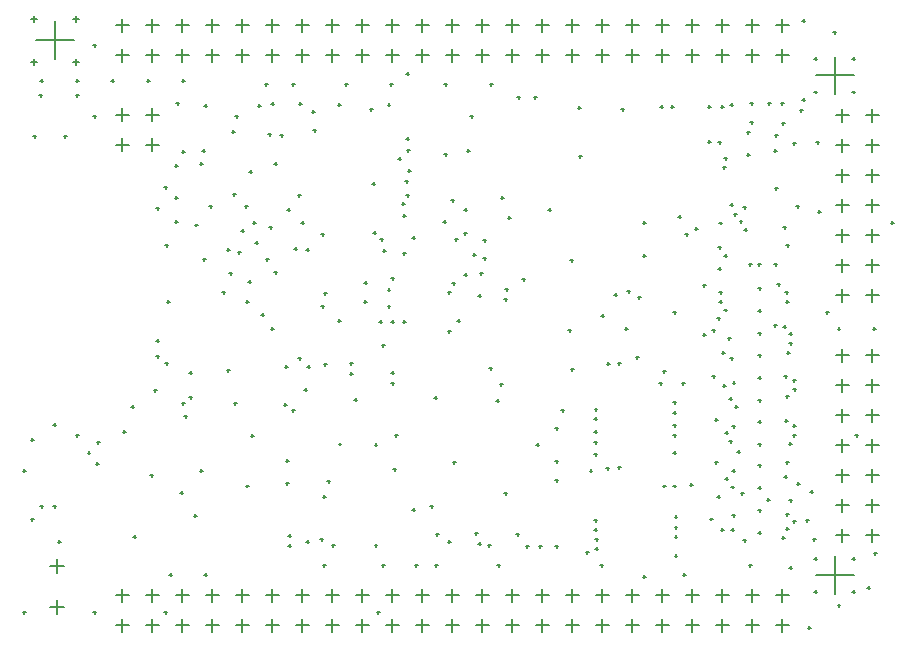
<source format=gbr>
%TF.GenerationSoftware,Altium Limited,Altium Designer,20.2.6 (244)*%
G04 Layer_Color=128*
%FSLAX45Y45*%
%MOMM*%
%TF.SameCoordinates,1A285BE7-DF3D-4214-9C7A-F78C9B27F18F*%
%TF.FilePolarity,Positive*%
%TF.FileFunction,Drillmap*%
%TF.Part,Single*%
G01*
G75*
%TA.AperFunction,NonConductor*%
%ADD277C,0.12700*%
D277*
X7565000Y444500D02*
X7675000D01*
X7620000Y389500D02*
Y499500D01*
X7311000Y444500D02*
X7421000D01*
X7366000Y389500D02*
Y499500D01*
X7057000Y444500D02*
X7167000D01*
X7112000Y389500D02*
Y499500D01*
X6803000Y444500D02*
X6913000D01*
X6858000Y389500D02*
Y499500D01*
X6549000Y444500D02*
X6659000D01*
X6604000Y389500D02*
Y499500D01*
X6295000Y444500D02*
X6405000D01*
X6350000Y389500D02*
Y499500D01*
X6041000Y444500D02*
X6151000D01*
X6096000Y389500D02*
Y499500D01*
X5787000Y444500D02*
X5897000D01*
X5842000Y389500D02*
Y499500D01*
X5533000Y444500D02*
X5643000D01*
X5588000Y389500D02*
Y499500D01*
X5279000Y444500D02*
X5389000D01*
X5334000Y389500D02*
Y499500D01*
X5025000Y444500D02*
X5135000D01*
X5080000Y389500D02*
Y499500D01*
X4771000Y444500D02*
X4881000D01*
X4826000Y389500D02*
Y499500D01*
X4517000Y444500D02*
X4627000D01*
X4572000Y389500D02*
Y499500D01*
X4263000Y444500D02*
X4373000D01*
X4318000Y389500D02*
Y499500D01*
X4009000Y444500D02*
X4119000D01*
X4064000Y389500D02*
Y499500D01*
X3755000Y444500D02*
X3865000D01*
X3810000Y389500D02*
Y499500D01*
X3501000Y444500D02*
X3611000D01*
X3556000Y389500D02*
Y499500D01*
X3247000Y444500D02*
X3357000D01*
X3302000Y389500D02*
Y499500D01*
X2993000Y444500D02*
X3103000D01*
X3048000Y389500D02*
Y499500D01*
X2739000Y444500D02*
X2849000D01*
X2794000Y389500D02*
Y499500D01*
X2485000Y444500D02*
X2595000D01*
X2540000Y389500D02*
Y499500D01*
X2231000Y444500D02*
X2341000D01*
X2286000Y389500D02*
Y499500D01*
X1977000Y444500D02*
X2087000D01*
X2032000Y389500D02*
Y499500D01*
X7565000Y190500D02*
X7675000D01*
X7620000Y135500D02*
Y245500D01*
X7311000Y190500D02*
X7421000D01*
X7366000Y135500D02*
Y245500D01*
X7057000Y190500D02*
X7167000D01*
X7112000Y135500D02*
Y245500D01*
X6803000Y190500D02*
X6913000D01*
X6858000Y135500D02*
Y245500D01*
X6549000Y190500D02*
X6659000D01*
X6604000Y135500D02*
Y245500D01*
X6295000Y190500D02*
X6405000D01*
X6350000Y135500D02*
Y245500D01*
X6041000Y190500D02*
X6151000D01*
X6096000Y135500D02*
Y245500D01*
X5787000Y190500D02*
X5897000D01*
X5842000Y135500D02*
Y245500D01*
X5533000Y190500D02*
X5643000D01*
X5588000Y135500D02*
Y245500D01*
X5279000Y190500D02*
X5389000D01*
X5334000Y135500D02*
Y245500D01*
X5025000Y190500D02*
X5135000D01*
X5080000Y135500D02*
Y245500D01*
X4771000Y190500D02*
X4881000D01*
X4826000Y135500D02*
Y245500D01*
X4517000Y190500D02*
X4627000D01*
X4572000Y135500D02*
Y245500D01*
X4263000Y190500D02*
X4373000D01*
X4318000Y135500D02*
Y245500D01*
X4009000Y190500D02*
X4119000D01*
X4064000Y135500D02*
Y245500D01*
X3755000Y190500D02*
X3865000D01*
X3810000Y135500D02*
Y245500D01*
X3501000Y190500D02*
X3611000D01*
X3556000Y135500D02*
Y245500D01*
X3247000Y190500D02*
X3357000D01*
X3302000Y135500D02*
Y245500D01*
X2993000Y190500D02*
X3103000D01*
X3048000Y135500D02*
Y245500D01*
X2739000Y190500D02*
X2849000D01*
X2794000Y135500D02*
Y245500D01*
X2485000Y190500D02*
X2595000D01*
X2540000Y135500D02*
Y245500D01*
X2231000Y190500D02*
X2341000D01*
X2286000Y135500D02*
Y245500D01*
X1977000Y190500D02*
X2087000D01*
X2032000Y135500D02*
Y245500D01*
X7565000Y5270500D02*
X7675000D01*
X7620000Y5215500D02*
Y5325500D01*
X7311000Y5270500D02*
X7421000D01*
X7366000Y5215500D02*
Y5325500D01*
X7057000Y5270500D02*
X7167000D01*
X7112000Y5215500D02*
Y5325500D01*
X6803000Y5270500D02*
X6913000D01*
X6858000Y5215500D02*
Y5325500D01*
X6549000Y5270500D02*
X6659000D01*
X6604000Y5215500D02*
Y5325500D01*
X6295000Y5270500D02*
X6405000D01*
X6350000Y5215500D02*
Y5325500D01*
X6041000Y5270500D02*
X6151000D01*
X6096000Y5215500D02*
Y5325500D01*
X5787000Y5270500D02*
X5897000D01*
X5842000Y5215500D02*
Y5325500D01*
X5533000Y5270500D02*
X5643000D01*
X5588000Y5215500D02*
Y5325500D01*
X5279000Y5270500D02*
X5389000D01*
X5334000Y5215500D02*
Y5325500D01*
X5025000Y5270500D02*
X5135000D01*
X5080000Y5215500D02*
Y5325500D01*
X4771000Y5270500D02*
X4881000D01*
X4826000Y5215500D02*
Y5325500D01*
X4517000Y5270500D02*
X4627000D01*
X4572000Y5215500D02*
Y5325500D01*
X4263000Y5270500D02*
X4373000D01*
X4318000Y5215500D02*
Y5325500D01*
X4009000Y5270500D02*
X4119000D01*
X4064000Y5215500D02*
Y5325500D01*
X3755000Y5270500D02*
X3865000D01*
X3810000Y5215500D02*
Y5325500D01*
X3501000Y5270500D02*
X3611000D01*
X3556000Y5215500D02*
Y5325500D01*
X3247000Y5270500D02*
X3357000D01*
X3302000Y5215500D02*
Y5325500D01*
X2993000Y5270500D02*
X3103000D01*
X3048000Y5215500D02*
Y5325500D01*
X2739000Y5270500D02*
X2849000D01*
X2794000Y5215500D02*
Y5325500D01*
X2485000Y5270500D02*
X2595000D01*
X2540000Y5215500D02*
Y5325500D01*
X2231000Y5270500D02*
X2341000D01*
X2286000Y5215500D02*
Y5325500D01*
X1977000Y5270500D02*
X2087000D01*
X2032000Y5215500D02*
Y5325500D01*
X7565000Y5016500D02*
X7675000D01*
X7620000Y4961500D02*
Y5071500D01*
X7311000Y5016500D02*
X7421000D01*
X7366000Y4961500D02*
Y5071500D01*
X7057000Y5016500D02*
X7167000D01*
X7112000Y4961500D02*
Y5071500D01*
X6803000Y5016500D02*
X6913000D01*
X6858000Y4961500D02*
Y5071500D01*
X6549000Y5016500D02*
X6659000D01*
X6604000Y4961500D02*
Y5071500D01*
X6295000Y5016500D02*
X6405000D01*
X6350000Y4961500D02*
Y5071500D01*
X6041000Y5016500D02*
X6151000D01*
X6096000Y4961500D02*
Y5071500D01*
X5787000Y5016500D02*
X5897000D01*
X5842000Y4961500D02*
Y5071500D01*
X5533000Y5016500D02*
X5643000D01*
X5588000Y4961500D02*
Y5071500D01*
X5279000Y5016500D02*
X5389000D01*
X5334000Y4961500D02*
Y5071500D01*
X5025000Y5016500D02*
X5135000D01*
X5080000Y4961500D02*
Y5071500D01*
X4771000Y5016500D02*
X4881000D01*
X4826000Y4961500D02*
Y5071500D01*
X4517000Y5016500D02*
X4627000D01*
X4572000Y4961500D02*
Y5071500D01*
X4263000Y5016500D02*
X4373000D01*
X4318000Y4961500D02*
Y5071500D01*
X4009000Y5016500D02*
X4119000D01*
X4064000Y4961500D02*
Y5071500D01*
X3755000Y5016500D02*
X3865000D01*
X3810000Y4961500D02*
Y5071500D01*
X3501000Y5016500D02*
X3611000D01*
X3556000Y4961500D02*
Y5071500D01*
X3247000Y5016500D02*
X3357000D01*
X3302000Y4961500D02*
Y5071500D01*
X2993000Y5016500D02*
X3103000D01*
X3048000Y4961500D02*
Y5071500D01*
X2739000Y5016500D02*
X2849000D01*
X2794000Y4961500D02*
Y5071500D01*
X2485000Y5016500D02*
X2595000D01*
X2540000Y4961500D02*
Y5071500D01*
X2231000Y5016500D02*
X2341000D01*
X2286000Y4961500D02*
Y5071500D01*
X1977000Y5016500D02*
X2087000D01*
X2032000Y4961500D02*
Y5071500D01*
X8327000Y952800D02*
X8437000D01*
X8382000Y897800D02*
Y1007800D01*
X8327000Y1206800D02*
X8437000D01*
X8382000Y1151800D02*
Y1261800D01*
X8327000Y1460800D02*
X8437000D01*
X8382000Y1405800D02*
Y1515800D01*
X8327000Y1714800D02*
X8437000D01*
X8382000Y1659800D02*
Y1769800D01*
X8327000Y1968800D02*
X8437000D01*
X8382000Y1913800D02*
Y2023800D01*
X8327000Y2222800D02*
X8437000D01*
X8382000Y2167800D02*
Y2277800D01*
X8327000Y2476800D02*
X8437000D01*
X8382000Y2421800D02*
Y2531800D01*
X8073000Y952800D02*
X8183000D01*
X8128000Y897800D02*
Y1007800D01*
X8073000Y1206800D02*
X8183000D01*
X8128000Y1151800D02*
Y1261800D01*
X8073000Y1460800D02*
X8183000D01*
X8128000Y1405800D02*
Y1515800D01*
X8073000Y1714800D02*
X8183000D01*
X8128000Y1659800D02*
Y1769800D01*
X8073000Y1968800D02*
X8183000D01*
X8128000Y1913800D02*
Y2023800D01*
X8073000Y2222800D02*
X8183000D01*
X8128000Y2167800D02*
Y2277800D01*
X8073000Y2476800D02*
X8183000D01*
X8128000Y2421800D02*
Y2531800D01*
X8327000Y2984800D02*
X8437000D01*
X8382000Y2929800D02*
Y3039800D01*
X8327000Y3238800D02*
X8437000D01*
X8382000Y3183800D02*
Y3293800D01*
X8327000Y3492800D02*
X8437000D01*
X8382000Y3437800D02*
Y3547800D01*
X8327000Y3746800D02*
X8437000D01*
X8382000Y3691800D02*
Y3801800D01*
X8327000Y4000800D02*
X8437000D01*
X8382000Y3945800D02*
Y4055800D01*
X8327000Y4254800D02*
X8437000D01*
X8382000Y4199800D02*
Y4309800D01*
X8327000Y4508800D02*
X8437000D01*
X8382000Y4453800D02*
Y4563800D01*
X8073000Y2984800D02*
X8183000D01*
X8128000Y2929800D02*
Y3039800D01*
X8073000Y3238800D02*
X8183000D01*
X8128000Y3183800D02*
Y3293800D01*
X8073000Y3492800D02*
X8183000D01*
X8128000Y3437800D02*
Y3547800D01*
X8073000Y3746800D02*
X8183000D01*
X8128000Y3691800D02*
Y3801800D01*
X8073000Y4000800D02*
X8183000D01*
X8128000Y3945800D02*
Y4055800D01*
X8073000Y4254800D02*
X8183000D01*
X8128000Y4199800D02*
Y4309800D01*
X8073000Y4508800D02*
X8183000D01*
X8128000Y4453800D02*
Y4563800D01*
X2231000Y4258400D02*
X2341000D01*
X2286000Y4203400D02*
Y4313400D01*
X1977000Y4258400D02*
X2087000D01*
X2032000Y4203400D02*
Y4313400D01*
X2231000Y4512400D02*
X2341000D01*
X2286000Y4457400D02*
Y4567400D01*
X1977000Y4512400D02*
X2087000D01*
X2032000Y4457400D02*
Y4567400D01*
X7904500Y615000D02*
X8224500D01*
X8064500Y455000D02*
Y775000D01*
X7904500Y4846000D02*
X8224500D01*
X8064500Y4686000D02*
Y5006000D01*
X1300500Y5143500D02*
X1620500D01*
X1460500Y4983500D02*
Y5303500D01*
X1420000Y695000D02*
X1540000D01*
X1480000Y635000D02*
Y755000D01*
X1420000Y345000D02*
X1540000D01*
X1480000Y285000D02*
Y405000D01*
X3417500Y1395000D02*
X3442499D01*
X3429999Y1382500D02*
Y1407500D01*
X3417500Y1585000D02*
X3442499D01*
X3429999Y1572500D02*
Y1597500D01*
X7417500Y2855000D02*
X7442500D01*
X7430000Y2842500D02*
Y2867500D01*
X7417500Y3045000D02*
X7442500D01*
X7430000Y3032500D02*
Y3057500D01*
X7417500Y975000D02*
X7442500D01*
X7430000Y962500D02*
Y987500D01*
X7417500Y1165000D02*
X7442500D01*
X7430000Y1152500D02*
Y1177500D01*
X7417500Y1725000D02*
X7442500D01*
X7430000Y1712500D02*
Y1737500D01*
X7417500Y1915000D02*
X7442500D01*
X7430000Y1902500D02*
Y1927500D01*
X7417500Y1355000D02*
X7442500D01*
X7430000Y1342500D02*
Y1367500D01*
X7417500Y1545000D02*
X7442500D01*
X7430000Y1532500D02*
Y1557500D01*
X7417500Y2095000D02*
X7442500D01*
X7430000Y2082500D02*
Y2107500D01*
X7417500Y2285000D02*
X7442500D01*
X7430000Y2272500D02*
Y2297500D01*
X7317500Y4365000D02*
X7342500D01*
X7330000Y4352500D02*
Y4377500D01*
X7317500Y4175000D02*
X7342500D01*
X7330000Y4162500D02*
Y4187500D01*
X7417500Y2475000D02*
X7442500D01*
X7430000Y2462500D02*
Y2487500D01*
X7417500Y2665000D02*
X7442500D01*
X7430000Y2652500D02*
Y2677500D01*
X8212000Y755000D02*
X8237000D01*
X8224500Y742500D02*
Y767500D01*
X8212000Y475000D02*
X8237000D01*
X8224500Y462500D02*
Y487500D01*
X7892000Y475000D02*
X7917000D01*
X7904500Y462500D02*
Y487500D01*
X7892000Y755000D02*
X7917000D01*
X7904500Y742500D02*
Y767500D01*
X8212000Y4986000D02*
X8237000D01*
X8224500Y4973500D02*
Y4998500D01*
X8212000Y4706000D02*
X8237000D01*
X8224500Y4693500D02*
Y4718500D01*
X7892000Y4706000D02*
X7917000D01*
X7904500Y4693500D02*
Y4718500D01*
X7892000Y4986000D02*
X7917000D01*
X7904500Y4973500D02*
Y4998500D01*
X1615484Y5323500D02*
X1665484D01*
X1640484Y5298500D02*
Y5348500D01*
X1615988Y4963500D02*
X1665988D01*
X1640988Y4938500D02*
Y4988500D01*
X1255500Y4963500D02*
X1305500D01*
X1280500Y4938500D02*
Y4988500D01*
X1255500Y5323500D02*
X1305500D01*
X1280500Y5298500D02*
Y5348500D01*
X1277500Y4330000D02*
X1302500D01*
X1290000Y4317500D02*
Y4342500D01*
X1537500Y4330000D02*
X1562500D01*
X1550000Y4317500D02*
Y4342500D01*
X8537498Y3599999D02*
X8562497D01*
X8549997Y3587499D02*
Y3612499D01*
X8387498Y2699999D02*
X8412497D01*
X8399997Y2687499D02*
Y2712499D01*
X8087498Y2699999D02*
X8112497D01*
X8099998Y2687499D02*
Y2712499D01*
X8237498Y1799999D02*
X8262497D01*
X8249997Y1787500D02*
Y1812499D01*
X6437498Y3599999D02*
X6462498D01*
X6449998Y3587499D02*
Y3612499D01*
X6287498Y2699999D02*
X6312498D01*
X6299998Y2687499D02*
Y2712499D01*
X6437498Y600000D02*
X6462498D01*
X6449998Y587500D02*
Y612500D01*
X5987498Y1500000D02*
X6012498D01*
X5999998Y1487500D02*
Y1512499D01*
X5087499Y3299999D02*
X5112498D01*
X5099998Y3287499D02*
Y3312499D01*
X4787499Y900000D02*
X4812498D01*
X4799999Y887500D02*
Y912500D01*
X4637499Y1200000D02*
X4662498D01*
X4649999Y1187500D02*
Y1212499D01*
X4337499Y1799999D02*
X4362499D01*
X4349999Y1787500D02*
Y1812499D01*
X4187499Y300000D02*
X4212499D01*
X4199999Y287500D02*
Y312500D01*
X3737499Y2999999D02*
X3762499D01*
X3749999Y2987499D02*
Y3012499D01*
X3737499Y2399999D02*
X3762499D01*
X3749999Y2387499D02*
Y2412499D01*
X3587499Y900000D02*
X3612499D01*
X3599999Y887500D02*
Y912500D01*
X3287499Y2699999D02*
X3312499D01*
X3299999Y2687499D02*
Y2712499D01*
X2987499Y4499999D02*
X3012499D01*
X2999999Y4487499D02*
Y4512498D01*
X3137499Y3599999D02*
X3162499D01*
X3149999Y3587499D02*
Y3612499D01*
X2687499Y1500000D02*
X2712499D01*
X2699999Y1487500D02*
Y1512499D01*
X2537499Y4799999D02*
X2562499D01*
X2549999Y4787499D02*
Y4812498D01*
X2537499Y4199999D02*
X2562499D01*
X2549999Y4187499D02*
Y4212499D01*
X2387499Y3899999D02*
X2412499D01*
X2399999Y3887499D02*
Y3912499D01*
X2387499Y300000D02*
X2412499D01*
X2399999Y287500D02*
Y312500D01*
X2237499Y4799999D02*
X2262499D01*
X2249999Y4787499D02*
Y4812498D01*
X1787500Y5099998D02*
X1812499D01*
X1799999Y5087499D02*
Y5112498D01*
X1937500Y4799999D02*
X1962499D01*
X1949999Y4787499D02*
Y4812498D01*
X1787500Y4499999D02*
X1812499D01*
X1799999Y4487499D02*
Y4512498D01*
X1787500Y300000D02*
X1812499D01*
X1799999Y287500D02*
Y312500D01*
X1637500Y4799999D02*
X1662499D01*
X1649999Y4787499D02*
Y4812498D01*
X1637500Y1799999D02*
X1662499D01*
X1649999Y1787500D02*
Y1812499D01*
X1487500Y900000D02*
X1512499D01*
X1500000Y887500D02*
Y912500D01*
X1337500Y4799999D02*
X1362499D01*
X1350000Y4787499D02*
Y4812498D01*
X1187500Y1500000D02*
X1212499D01*
X1200000Y1487500D02*
Y1512499D01*
X1337500Y1200000D02*
X1362499D01*
X1350000Y1187500D02*
Y1212499D01*
X1187500Y300000D02*
X1212499D01*
X1200000Y287500D02*
Y312500D01*
X5517500Y4660000D02*
X5542500D01*
X5530000Y4647500D02*
Y4672500D01*
X5887500Y4572500D02*
X5912500D01*
X5900000Y4560000D02*
Y4585000D01*
X6697753Y1885314D02*
X6722753D01*
X6710253Y1872814D02*
Y1897814D01*
X7117500Y2220000D02*
X7142500D01*
X7130000Y2207500D02*
Y2232500D01*
X7787500Y5310000D02*
X7812500D01*
X7800000Y5297500D02*
Y5322500D01*
X8087500Y360000D02*
X8112500D01*
X8100000Y347500D02*
Y372500D01*
X7490000Y1252366D02*
X7515000D01*
X7502500Y1239866D02*
Y1264866D01*
X7677485Y1249997D02*
X7702484D01*
X7689985Y1237498D02*
Y1262497D01*
X7187784Y1361640D02*
X7212784D01*
X7200284Y1349140D02*
Y1374139D01*
X7267500Y1307500D02*
X7292500D01*
X7280000Y1295000D02*
Y1320000D01*
X7637485Y1449997D02*
X7662485D01*
X7649985Y1437497D02*
Y1462497D01*
X7857500Y1320000D02*
X7882500D01*
X7870000Y1307500D02*
Y1332500D01*
X7741646Y1387500D02*
X7766645D01*
X7754146Y1375000D02*
Y1400000D01*
X7347500Y4450000D02*
X7372500D01*
X7360000Y4437500D02*
Y4462500D01*
X7347500Y4610000D02*
X7372500D01*
X7360000Y4597500D02*
Y4622500D01*
X6987500Y4284038D02*
X7012500D01*
X7000000Y4271539D02*
Y4296538D01*
X7177486Y2449995D02*
X7202485D01*
X7189986Y2437495D02*
Y2462495D01*
X7107500Y2500000D02*
X7132500D01*
X7120000Y2487500D02*
Y2512500D01*
X7027500Y2300000D02*
X7052500D01*
X7040000Y2287500D02*
Y2312500D01*
X7027500Y2690000D02*
X7052500D01*
X7040000Y2677500D02*
Y2702500D01*
X6947500Y2650000D02*
X6972500D01*
X6960000Y2637500D02*
Y2662500D01*
X7157486Y2619995D02*
X7182486D01*
X7169986Y2607495D02*
Y2632495D01*
X7067500Y2790000D02*
X7092500D01*
X7080000Y2777500D02*
Y2802500D01*
X7077500Y4280000D02*
X7102500D01*
X7090000Y4267500D02*
Y4292500D01*
X7130218Y4143903D02*
X7155217D01*
X7142717Y4131403D02*
Y4156403D01*
X7117486Y4069992D02*
X7142486D01*
X7129986Y4057492D02*
Y4082492D01*
X3857500Y4600000D02*
X3882500D01*
X3870000Y4587500D02*
Y4612500D01*
X4127500Y4560000D02*
X4152500D01*
X4140000Y4547500D02*
Y4572500D01*
X4277500Y4600000D02*
X4302500D01*
X4290000Y4587500D02*
Y4612500D01*
X4297500Y4772500D02*
X4322500D01*
X4310000Y4760000D02*
Y4785000D01*
X5367500Y960000D02*
X5392500D01*
X5380000Y947500D02*
Y972500D01*
X5447500Y860000D02*
X5472500D01*
X5460000Y847500D02*
Y872500D01*
X5747500Y2010000D02*
X5772500D01*
X5760000Y1997500D02*
Y2022500D01*
X4157499Y3514047D02*
X4182499D01*
X4169999Y3501547D02*
Y3526547D01*
X4217500Y3460000D02*
X4242500D01*
X4230000Y3447500D02*
Y3472500D01*
X4397500Y3760000D02*
X4422500D01*
X4410000Y3747500D02*
Y3772500D01*
X4407500Y3660000D02*
X4432500D01*
X4420000Y3647500D02*
Y3672500D01*
X4487500Y3470000D02*
X4512500D01*
X4500000Y3457500D02*
Y3482500D01*
X7337500Y3249251D02*
X7362500D01*
X7350000Y3236751D02*
Y3261750D01*
X7414251Y3249251D02*
X7439250D01*
X7426750Y3236751D02*
Y3261750D01*
X7553684Y3249251D02*
X7578684D01*
X7566184Y3236751D02*
Y3261750D01*
X7577500Y3080000D02*
X7602500D01*
X7590000Y3067500D02*
Y3092500D01*
X7645587Y3011913D02*
X7670586D01*
X7658087Y2999414D02*
Y3024413D01*
X7128817Y3321317D02*
X7153817D01*
X7141317Y3308817D02*
Y3333817D01*
X7087500Y3010000D02*
X7112500D01*
X7100000Y2997500D02*
Y3022500D01*
X7627500Y2720000D02*
X7652500D01*
X7640000Y2707500D02*
Y2732500D01*
X7677485Y2659995D02*
X7702484D01*
X7689985Y2647495D02*
Y2672495D01*
X7677485Y2579995D02*
X7702484D01*
X7689985Y2567495D02*
Y2592495D01*
X7547500Y2730000D02*
X7572500D01*
X7560000Y2717500D02*
Y2742500D01*
X7657500Y2500000D02*
X7682500D01*
X7670000Y2487500D02*
Y2512500D01*
X7197486Y1874991D02*
X7222485D01*
X7209986Y1862491D02*
Y1887491D01*
X7169623Y1747877D02*
X7194623D01*
X7182123Y1735377D02*
Y1760377D01*
X7137500Y1430000D02*
X7162500D01*
X7150000Y1417500D02*
Y1442500D01*
X7047500Y1570000D02*
X7072500D01*
X7060000Y1557500D02*
Y1582500D01*
X7047500Y1930000D02*
X7072500D01*
X7060000Y1917500D02*
Y1942500D01*
X7168817Y2108683D02*
X7193817D01*
X7181317Y2096184D02*
Y2121183D01*
X7217486Y2039996D02*
X7242485D01*
X7229986Y2027496D02*
Y2052496D01*
X7097486Y999998D02*
X7122486D01*
X7109986Y987498D02*
Y1012498D01*
X7187500Y1000000D02*
X7212500D01*
X7200000Y987500D02*
Y1012500D01*
X7006842Y1090658D02*
X7031841D01*
X7019342Y1078159D02*
Y1103158D01*
X7197500Y1122500D02*
X7222500D01*
X7210000Y1110001D02*
Y1135000D01*
X7287500Y910000D02*
X7312500D01*
X7300000Y897500D02*
Y922500D01*
X7197486Y1499997D02*
X7222485D01*
X7209986Y1487497D02*
Y1512497D01*
X4237492Y3359993D02*
X4262491D01*
X4249991Y3347493D02*
Y3372493D01*
X4147500Y3930000D02*
X4172500D01*
X4160000Y3917500D02*
Y3942500D01*
X6797500Y3500000D02*
X6822500D01*
X6810000Y3487500D02*
Y3512500D01*
X7085000Y3596747D02*
X7110000D01*
X7097500Y3584247D02*
Y3609247D01*
X7545864Y4210000D02*
X7570864D01*
X7558364Y4197500D02*
Y4222500D01*
X7557500Y4340000D02*
X7582500D01*
X7570000Y4327500D02*
Y4352500D01*
X6987500Y4580000D02*
X7012500D01*
X7000000Y4567500D02*
Y4592500D01*
X7907500Y4280000D02*
X7932500D01*
X7920000Y4267500D02*
Y4292500D01*
X7708554Y2265000D02*
X7733554D01*
X7721054Y2252500D02*
Y2277499D01*
X7711603Y2190000D02*
X7736603D01*
X7724103Y2177500D02*
Y2202500D01*
X7637485Y2299995D02*
X7662485D01*
X7649985Y2287496D02*
Y2312495D01*
X7647485Y2129996D02*
X7672485D01*
X7659985Y2117496D02*
Y2142496D01*
X7707500Y1880000D02*
X7732500D01*
X7720000Y1867500D02*
Y1892500D01*
X7707500Y1800000D02*
X7732500D01*
X7720000Y1787500D02*
Y1812500D01*
X7639397Y1922499D02*
X7664397D01*
X7651897Y1909999D02*
Y1934999D01*
X7674827Y1726203D02*
X7699827D01*
X7687327Y1713703D02*
Y1738703D01*
X7647500Y1570000D02*
X7672500D01*
X7660000Y1557500D02*
Y1582500D01*
X7647485Y1129998D02*
X7672485D01*
X7659985Y1117498D02*
Y1142498D01*
X7647485Y1009998D02*
X7672485D01*
X7659985Y997498D02*
Y1022498D01*
X7707485Y1069998D02*
X7732484D01*
X7719985Y1057498D02*
Y1082498D01*
X7617500Y930000D02*
X7642500D01*
X7630000Y917500D02*
Y942500D01*
X5637500Y3710000D02*
X5662500D01*
X5650000Y3697500D02*
Y3722500D01*
X6027500Y1640000D02*
X6052500D01*
X6040000Y1627500D02*
Y1652500D01*
X6027500Y1740000D02*
X6052500D01*
X6040000Y1727500D02*
Y1752500D01*
X6027500Y1830000D02*
X6052500D01*
X6040000Y1817500D02*
Y1842500D01*
X6027500Y1940000D02*
X6052500D01*
X6040000Y1927500D02*
Y1952500D01*
X6767500Y2240000D02*
X6792500D01*
X6780000Y2227500D02*
Y2252500D01*
X5057500Y3170000D02*
X5082500D01*
X5070000Y3157500D02*
Y3182500D01*
X5273749Y3033751D02*
X5298749D01*
X5286249Y3021252D02*
Y3046251D01*
X4277500Y2890000D02*
X4302500D01*
X4290000Y2877500D02*
Y2902500D01*
X5267500Y2950000D02*
X5292500D01*
X5280000Y2937500D02*
Y2962500D01*
X5137451Y2364951D02*
X5162451D01*
X5149951Y2352451D02*
Y2377451D01*
X4307500Y2330000D02*
X4332500D01*
X4320000Y2317500D02*
Y2342500D01*
X4307500Y2240000D02*
X4332500D01*
X4320000Y2227500D02*
Y2252500D01*
X6707487Y779998D02*
X6732486D01*
X6719987Y767499D02*
Y792498D01*
X6707500Y1020000D02*
X6732500D01*
X6720000Y1007500D02*
Y1032500D01*
X5957500Y810000D02*
X5982500D01*
X5970000Y797500D02*
Y822500D01*
X6027488Y999998D02*
X6052488D01*
X6039988Y987498D02*
Y1012498D01*
X5127490Y869998D02*
X5152490D01*
X5139990Y857498D02*
Y882498D01*
X5047500Y882123D02*
X5072500D01*
X5060000Y869623D02*
Y894623D01*
X6027500Y1080000D02*
X6052500D01*
X6040000Y1067500D02*
Y1092500D01*
X6037488Y839998D02*
X6062488D01*
X6049988Y827498D02*
Y852498D01*
X7557500Y3890000D02*
X7582500D01*
X7570000Y3877500D02*
Y3902500D01*
X7627500Y3562500D02*
X7652500D01*
X7640000Y3550000D02*
Y3575000D01*
X7787500Y4640000D02*
X7812500D01*
X7800000Y4627500D02*
Y4652500D01*
X6677500Y4580000D02*
X6702500D01*
X6690000Y4567500D02*
Y4592500D01*
X6587500Y4580000D02*
X6612500D01*
X6600000Y4567500D02*
Y4592500D01*
X5377500Y4660000D02*
X5402500D01*
X5390000Y4647500D02*
Y4672500D01*
X4977500Y4502500D02*
X5002500D01*
X4990000Y4490000D02*
Y4515000D01*
X4437500Y4860000D02*
X4462500D01*
X4450000Y4847500D02*
Y4872500D01*
X4847500Y3460000D02*
X4872500D01*
X4860000Y3447500D02*
Y3472500D01*
X4427500Y3950000D02*
X4452500D01*
X4440000Y3937500D02*
Y3962500D01*
X4367500Y4140000D02*
X4392500D01*
X4380000Y4127500D02*
Y4152500D01*
X4927490Y3709993D02*
X4952490D01*
X4939990Y3697493D02*
Y3722492D01*
X4817490Y3789992D02*
X4842490D01*
X4829990Y3777493D02*
Y3802492D01*
X4447500Y4040000D02*
X4472500D01*
X4460000Y4027500D02*
Y4052500D01*
X3717500Y3500000D02*
X3742500D01*
X3730000Y3487500D02*
Y3512500D01*
X3517500Y3830000D02*
X3542500D01*
X3530000Y3817500D02*
Y3842500D01*
X3637500Y4540000D02*
X3662500D01*
X3650000Y4527500D02*
Y4552500D01*
X2917494Y3369993D02*
X2942494D01*
X2929994Y3357493D02*
Y3382493D01*
X2397500Y3410000D02*
X2422500D01*
X2410000Y3397500D02*
Y3422500D01*
X3587500Y3370000D02*
X3612500D01*
X3600000Y3357500D02*
Y3382500D01*
X4308905Y2760000D02*
X4333904D01*
X4321405Y2747500D02*
Y2772500D01*
X3207500Y2820000D02*
X3232500D01*
X3220000Y2807500D02*
Y2832500D01*
X3957500Y2410000D02*
X3982500D01*
X3970000Y2397500D02*
Y2422500D01*
X3957500Y2320000D02*
X3982500D01*
X3970000Y2307500D02*
Y2332500D01*
X4077599Y2928585D02*
X4102598D01*
X4090098Y2916085D02*
Y2941085D01*
X4080000Y3090000D02*
X4105000D01*
X4092500Y3077500D02*
Y3102500D01*
X3857500Y2770000D02*
X3882500D01*
X3870000Y2757500D02*
Y2782500D01*
X3917500Y4772500D02*
X3942500D01*
X3930000Y4760000D02*
Y4785000D01*
X3767493Y1409997D02*
X3792492D01*
X3779992Y1397497D02*
Y1422497D01*
X3437500Y865000D02*
X3462500D01*
X3450000Y852500D02*
Y877500D01*
X3437493Y949998D02*
X3462493D01*
X3449993Y937498D02*
Y962498D01*
X3707500Y920000D02*
X3732500D01*
X3720000Y907500D02*
Y932500D01*
X3397493Y2059996D02*
X3422493D01*
X3409993Y2047496D02*
Y2072496D01*
X3467500Y2010000D02*
X3492500D01*
X3480000Y1997500D02*
Y2022500D01*
X3571573Y2185927D02*
X3596572D01*
X3584073Y2173427D02*
Y2198427D01*
X3408609Y2379792D02*
X3433609D01*
X3421109Y2367292D02*
Y2392292D01*
X3717500Y2890000D02*
X3742500D01*
X3730000Y2877500D02*
Y2902500D01*
X3118994Y1796668D02*
X3143993D01*
X3131493Y1784168D02*
Y1809168D01*
X2917500Y2350000D02*
X2942500D01*
X2930000Y2337500D02*
Y2362500D01*
X3519874Y2452374D02*
X3544874D01*
X3532374Y2439874D02*
Y2464874D01*
X2267501Y1459999D02*
X2292500D01*
X2280001Y1447500D02*
Y1472499D01*
X2037500Y1830000D02*
X2062500D01*
X2050000Y1817500D02*
Y1842500D01*
X2714810Y3290000D02*
X2739810D01*
X2727310Y3277500D02*
Y3302500D01*
X1447500Y1200000D02*
X1472500D01*
X1460000Y1187500D02*
Y1212500D01*
X3997500Y2100000D02*
X4022500D01*
X4010000Y2087500D02*
Y2112500D01*
X5826249Y3281251D02*
X5851249D01*
X5838749Y3268751D02*
Y3293751D01*
X6437500Y3320000D02*
X6462500D01*
X6450000Y3307500D02*
Y3332500D01*
X4437500Y4310000D02*
X4462500D01*
X4450000Y4297500D02*
Y4322500D01*
X1257500Y1090000D02*
X1282500D01*
X1270000Y1077500D02*
Y1102500D01*
X1257500Y1760000D02*
X1282500D01*
X1270000Y1747500D02*
Y1772500D01*
X2707500Y4210000D02*
X2732500D01*
X2720000Y4197500D02*
Y4222500D01*
X2477500Y4080000D02*
X2502500D01*
X2490000Y4067500D02*
Y4092500D01*
X3647500Y4380000D02*
X3672500D01*
X3660000Y4367500D02*
Y4392500D01*
X1737500Y1650000D02*
X1762500D01*
X1750000Y1637500D02*
Y1662500D01*
X1327500Y4680000D02*
X1352500D01*
X1340000Y4667500D02*
Y4692500D01*
X2727500Y4590000D02*
X2752500D01*
X2740000Y4577500D02*
Y4602500D01*
X2487500Y4610000D02*
X2512500D01*
X2500000Y4597500D02*
Y4622500D01*
X3267500Y4350000D02*
X3292500D01*
X3280000Y4337500D02*
Y4362500D01*
X3317500Y4097503D02*
X3342500D01*
X3330000Y4085003D02*
Y4110002D01*
X2767500Y3740000D02*
X2792500D01*
X2780000Y3727500D02*
Y3752500D01*
X3067500Y3740000D02*
X3092500D01*
X3080000Y3727500D02*
Y3752500D01*
X3037500Y3530000D02*
X3062500D01*
X3050000Y3517500D02*
Y3542500D01*
X3009164Y3349445D02*
X3034164D01*
X3021664Y3336945D02*
Y3361945D01*
X3427500Y3710000D02*
X3452500D01*
X3440000Y3697500D02*
Y3722500D01*
X3247500Y3290000D02*
X3272500D01*
X3260000Y3277500D02*
Y3302500D01*
X3317500Y3180000D02*
X3342500D01*
X3330000Y3167500D02*
Y3192500D01*
X4407500Y2760000D02*
X4432500D01*
X4420000Y2747500D02*
Y2772500D01*
X4407500Y3340000D02*
X4432500D01*
X4420000Y3327500D02*
Y3352500D01*
X6087500Y2810000D02*
X6112500D01*
X6100000Y2797500D02*
Y2822500D01*
X6307500Y3020000D02*
X6332500D01*
X6320000Y3007500D02*
Y3032500D01*
X7077500Y3210000D02*
X7102500D01*
X7090000Y3197500D02*
Y3222500D01*
X7077486Y3389993D02*
X7102486D01*
X7089986Y3377493D02*
Y3402493D01*
X4687500Y960000D02*
X4712500D01*
X4700000Y947500D02*
Y972500D01*
X4440575Y4211807D02*
X4465575D01*
X4453075Y4199307D02*
Y4224307D01*
X4947500Y4210000D02*
X4972500D01*
X4960000Y4197500D02*
Y4222500D01*
X4787500Y3010000D02*
X4812500D01*
X4800000Y2997500D02*
Y3022500D01*
X5087500Y3450000D02*
X5112500D01*
X5100000Y3437500D02*
Y3462500D01*
X4997500Y3330000D02*
X5022500D01*
X5010000Y3317500D02*
Y3342500D01*
X5297500Y3640000D02*
X5322500D01*
X5310000Y3627500D02*
Y3652500D01*
X5897500Y4160000D02*
X5922500D01*
X5910000Y4147500D02*
Y4172500D01*
X6257500Y4560000D02*
X6282500D01*
X6270000Y4547500D02*
Y4572500D01*
X7767500Y4550000D02*
X7792500D01*
X7780000Y4537500D02*
Y4562500D01*
X6227500Y2409999D02*
X6252499D01*
X6239999Y2397500D02*
Y2422499D01*
X6577500Y2240000D02*
X6602500D01*
X6590000Y2227500D02*
Y2252500D01*
X7877500Y920000D02*
X7902500D01*
X7890000Y907500D02*
Y932500D01*
X8337500Y510000D02*
X8362500D01*
X8350000Y497500D02*
Y522500D01*
X7837500Y170000D02*
X7862500D01*
X7850000Y157500D02*
Y182500D01*
X7677500Y680000D02*
X7702500D01*
X7690000Y667500D02*
Y692500D01*
X6777500Y620000D02*
X6802500D01*
X6790000Y607500D02*
Y632500D01*
X6607500Y1370000D02*
X6632500D01*
X6620000Y1357500D02*
Y1382500D01*
X6227500Y1530000D02*
X6252500D01*
X6240000Y1517500D02*
Y1542500D01*
X4831866Y1570330D02*
X4856866D01*
X4844366Y1557830D02*
Y1582830D01*
X2977500Y2070000D02*
X3002500D01*
X2990000Y2057500D02*
Y2082500D01*
X1817500Y1740000D02*
X1842500D01*
X1830000Y1727500D02*
Y1752500D01*
X2125980Y941520D02*
X2150980D01*
X2138480Y929020D02*
Y954020D01*
X2107500Y2040000D02*
X2132500D01*
X2120000Y2027500D02*
Y2052500D01*
X2317500Y2470000D02*
X2342500D01*
X2330000Y2457500D02*
Y2482500D01*
X2397500Y2410000D02*
X2422500D01*
X2410000Y2397500D02*
Y2422500D01*
X2597500Y2120000D02*
X2622500D01*
X2610000Y2107500D02*
Y2132500D01*
X4227500Y700000D02*
X4252500D01*
X4240000Y687500D02*
Y712500D01*
X4675001Y2117501D02*
X4700001D01*
X4687501Y2105001D02*
Y2130001D01*
X5827500Y2360000D02*
X5852500D01*
X5840000Y2347500D02*
Y2372500D01*
X5697500Y1860000D02*
X5722500D01*
X5710000Y1847500D02*
Y1872500D01*
X5697500Y1580000D02*
X5722500D01*
X5710000Y1567500D02*
Y1592500D01*
X5017500Y970000D02*
X5042500D01*
X5030000Y957500D02*
Y982500D01*
X4327497Y1510000D02*
X4352496D01*
X4339996Y1497500D02*
Y1522500D01*
X2637500Y1120000D02*
X2662500D01*
X2650000Y1107500D02*
Y1132500D01*
X3077500Y1370000D02*
X3102500D01*
X3090000Y1357500D02*
Y1382500D01*
X2427500Y620000D02*
X2452500D01*
X2440000Y607500D02*
Y632500D01*
X2727500Y620000D02*
X2752500D01*
X2740000Y607500D02*
Y632500D01*
X7647500Y2930000D02*
X7672500D01*
X7660000Y2917500D02*
Y2942500D01*
X6132717Y2404784D02*
X6157716D01*
X6145217Y2392284D02*
Y2417283D01*
X6127500Y1520000D02*
X6152500D01*
X6140000Y1507500D02*
Y1532500D01*
X6837500Y1380000D02*
X6862500D01*
X6850000Y1367500D02*
Y1392500D01*
X6607500Y2340000D02*
X6632500D01*
X6620000Y2327500D02*
Y2352500D01*
X2647500Y3579997D02*
X2672500D01*
X2660000Y3567498D02*
Y3592497D01*
X7707500Y4270000D02*
X7732500D01*
X7720000Y4257500D02*
Y4282500D01*
X7198440Y2243440D02*
X7223440D01*
X7210940Y2230940D02*
Y2255940D01*
X7097500Y4580000D02*
X7122500D01*
X7110000Y4567500D02*
Y4592500D01*
X2557500Y1960000D02*
X2582500D01*
X2570000Y1947500D02*
Y1972500D01*
X2317500Y3720000D02*
X2342500D01*
X2330000Y3707500D02*
Y3732500D01*
X7617500Y4440000D02*
X7642500D01*
X7630000Y4427500D02*
Y4452500D01*
X8052102Y5210001D02*
X8077102D01*
X8064602Y5197501D02*
Y5222500D01*
X3597500Y2380000D02*
X3622500D01*
X3610000Y2367500D02*
Y2392500D01*
X1637500Y4680000D02*
X1662500D01*
X1650000Y4667500D02*
Y4692500D01*
X6037500Y920000D02*
X6062500D01*
X6050000Y907500D02*
Y932500D01*
X4487500Y1170000D02*
X4512500D01*
X4500000Y1157500D02*
Y1182500D01*
X3862386Y1725615D02*
X3887386D01*
X3874886Y1713115D02*
Y1738115D01*
X3527500Y4607500D02*
X3552500D01*
X3540000Y4595000D02*
Y4620000D01*
X2597500Y2330000D02*
X2622500D01*
X2610000Y2317500D02*
Y2342500D01*
X6030000Y2020000D02*
X6055000D01*
X6042500Y2007500D02*
Y2032500D01*
X5697500Y1420000D02*
X5722500D01*
X5710000Y1407500D02*
Y1432500D01*
X6697500Y1990000D02*
X6722500D01*
X6710000Y1977500D02*
Y2002500D01*
X6697500Y1800000D02*
X6722500D01*
X6710000Y1787500D02*
Y1812500D01*
X6697500Y1650000D02*
X6722500D01*
X6710000Y1637500D02*
Y1662500D01*
X5267500Y1310000D02*
X5292500D01*
X5280000Y1297500D02*
Y1322500D01*
X1447500Y1890000D02*
X1472500D01*
X1460000Y1877500D02*
Y1902500D01*
X7087486Y2929994D02*
X7112486D01*
X7099986Y2917494D02*
Y2942494D01*
X6877500Y3550000D02*
X6902500D01*
X6890000Y3537500D02*
Y3562500D01*
X4307500Y3130000D02*
X4332500D01*
X4320000Y3117500D02*
Y3142500D01*
X4927500Y3160000D02*
X4952500D01*
X4940000Y3147500D02*
Y3172500D01*
X4827500Y3085003D02*
X4852500D01*
X4840000Y3072503D02*
Y3097503D01*
X6947501Y3069999D02*
X6972501D01*
X6960001Y3057499D02*
Y3082499D01*
X6737500Y3650000D02*
X6762500D01*
X6750000Y3637500D02*
Y3662500D01*
X7655000Y3410000D02*
X7680000D01*
X7667500Y3397500D02*
Y3422500D01*
X8396020Y800296D02*
X8421019D01*
X8408519Y787796D02*
Y812796D01*
X7177500Y4600000D02*
X7202500D01*
X7190000Y4587500D02*
Y4612500D01*
X7287500Y3730000D02*
X7312500D01*
X7300000Y3717500D02*
Y3742500D01*
X4437500Y3830000D02*
X4462500D01*
X4450000Y3817500D02*
Y3842500D01*
X4227500Y2560000D02*
X4252500D01*
X4240000Y2547500D02*
Y2572500D01*
X6377500Y2460000D02*
X6402500D01*
X6390000Y2447500D02*
Y2472500D01*
X5047500Y2980003D02*
X5072500D01*
X5060000Y2967503D02*
Y2992503D01*
X2937500Y3170000D02*
X2962500D01*
X2950000Y3157500D02*
Y3182500D01*
X2687500Y4100000D02*
X2712500D01*
X2700000Y4087500D02*
Y4112500D01*
X3547500Y3600000D02*
X3572500D01*
X3560000Y3587500D02*
Y3612500D01*
X2475377Y3607877D02*
X2500377D01*
X2487877Y3595377D02*
Y3620377D01*
X2477500Y3810000D02*
X2502500D01*
X2490000Y3797500D02*
Y3822500D01*
X3157500Y3430000D02*
X3182500D01*
X3170000Y3417500D02*
Y3442500D01*
X2298073Y2181070D02*
X2323073D01*
X2310573Y2168570D02*
Y2193570D01*
X2960000Y4370000D02*
X2985000D01*
X2972500Y4357500D02*
Y4382500D01*
X3177500Y4590000D02*
X3202500D01*
X3190000Y4577500D02*
Y4602500D01*
X3292500Y4607500D02*
X3317500D01*
X3305000Y4595000D02*
Y4620000D01*
X3107500Y4030000D02*
X3132500D01*
X3120000Y4017500D02*
Y4042500D01*
X3076251Y2928751D02*
X3101251D01*
X3088751Y2916251D02*
Y2941251D01*
X6697500Y2840000D02*
X6722500D01*
X6710000Y2827500D02*
Y2852500D01*
X7127500Y2860000D02*
X7152500D01*
X7140000Y2847500D02*
Y2872500D01*
X7737500Y3740000D02*
X7762500D01*
X7750000Y3727500D02*
Y3752500D01*
X3367500Y4340000D02*
X3392500D01*
X3380000Y4327500D02*
Y4352500D01*
X3277500Y3560000D02*
X3302500D01*
X3290000Y3547500D02*
Y3572500D01*
X5197500Y2090000D02*
X5222500D01*
X5210000Y2077500D02*
Y2102500D01*
X5537500Y1720000D02*
X5562500D01*
X5550000Y1707500D02*
Y1732500D01*
X5807500Y2690000D02*
X5832500D01*
X5820000Y2677500D02*
Y2702500D01*
X5417500Y3120000D02*
X5442500D01*
X5430000Y3107500D02*
Y3132500D01*
X5141747Y4772635D02*
X5166747D01*
X5154247Y4760135D02*
Y4785135D01*
X7297500Y3540000D02*
X7322500D01*
X7310000Y3527500D02*
Y3552500D01*
X7177500Y3750000D02*
X7202500D01*
X7190000Y3737500D02*
Y3762500D01*
X7207500Y3670000D02*
X7232500D01*
X7220000Y3657500D02*
Y3682500D01*
X7137500Y1820000D02*
X7162500D01*
X7150000Y1807500D02*
Y1832500D01*
X6697500Y1370000D02*
X6722500D01*
X6710000Y1357500D02*
Y1382500D01*
X6697500Y2080000D02*
X6722500D01*
X6710000Y2067500D02*
Y2092500D01*
X7237500Y1660000D02*
X7262500D01*
X7250000Y1647500D02*
Y1672500D01*
X6707500Y940000D02*
X6732500D01*
X6720000Y927500D02*
Y952500D01*
X3807500Y870000D02*
X3832500D01*
X3820000Y857500D02*
Y882500D01*
X7067500Y1280000D02*
X7092500D01*
X7080000Y1267500D02*
Y1292500D01*
X6707500Y1110000D02*
X6732500D01*
X6720000Y1097500D02*
Y1122500D01*
X7918764Y3694134D02*
X7943764D01*
X7931264Y3681634D02*
Y3706634D01*
X7257500Y3610000D02*
X7282500D01*
X7270000Y3597500D02*
Y3622500D01*
X7987500Y2840000D02*
X8012500D01*
X8000000Y2827500D02*
Y2852500D01*
X7817500Y1080000D02*
X7842500D01*
X7830000Y1067500D02*
Y1092500D01*
X4757502Y4772500D02*
X4782502D01*
X4770002Y4760000D02*
Y4785000D01*
X3467500Y4772500D02*
X3492500D01*
X3480000Y4760000D02*
Y4785000D01*
X6197500Y2990000D02*
X6222500D01*
X6210000Y2977500D02*
Y3002500D01*
X4167500Y870000D02*
X4192500D01*
X4180000Y857500D02*
Y882500D01*
X6397500Y2970000D02*
X6422500D01*
X6410000Y2957500D02*
Y2982500D01*
X7607500Y4610000D02*
X7632500D01*
X7620000Y4597500D02*
Y4622500D01*
X7497500Y4610000D02*
X7522500D01*
X7510000Y4597500D02*
Y4622500D01*
X5697500Y860000D02*
X5722500D01*
X5710000Y847500D02*
Y872500D01*
X3487500Y3380000D02*
X3512500D01*
X3500000Y3367500D02*
Y3392500D01*
X4757500Y4180000D02*
X4782500D01*
X4770000Y4167500D02*
Y4192500D01*
X4748655Y3608969D02*
X4773655D01*
X4761155Y3596469D02*
Y3621469D01*
X4867500Y2770000D02*
X4892500D01*
X4880000Y2757500D02*
Y2782500D01*
X4923271Y3510813D02*
X4948271D01*
X4935771Y3498313D02*
Y3523313D01*
X4677500Y700000D02*
X4702500D01*
X4690000Y687500D02*
Y712500D01*
X3237500Y4770000D02*
X3262500D01*
X3250000Y4757500D02*
Y4782500D01*
X6077500Y700000D02*
X6102500D01*
X6090000Y687500D02*
Y712500D01*
X1807485Y1559674D02*
X1832485D01*
X1819985Y1547174D02*
Y1572173D01*
X3727500Y700000D02*
X3752500D01*
X3740000Y687500D02*
Y712500D01*
X4507500Y700000D02*
X4532500D01*
X4520000Y687500D02*
Y712500D01*
X5207500Y700000D02*
X5232500D01*
X5220000Y687500D02*
Y712500D01*
X7337500Y700000D02*
X7362500D01*
X7350000Y687500D02*
Y712500D01*
X3097500Y3100000D02*
X3122500D01*
X3110000Y3087500D02*
Y3112500D01*
X4207500Y2760000D02*
X4232500D01*
X4220000Y2747500D02*
Y2772500D01*
X4787500Y2680000D02*
X4812500D01*
X4800000Y2667500D02*
Y2692500D01*
X2877500Y3010000D02*
X2902500D01*
X2890000Y2997500D02*
Y3022500D01*
X4167500Y1720000D02*
X4192500D01*
X4180000Y1707500D02*
Y1732500D01*
X2967500Y3840000D02*
X2992500D01*
X2980000Y3827500D02*
Y3852500D01*
X4277500Y3030000D02*
X4302500D01*
X4290000Y3017500D02*
Y3042500D01*
X5237500Y3810000D02*
X5262500D01*
X5250000Y3797500D02*
Y3822500D01*
X5227500Y2230000D02*
X5252500D01*
X5240000Y2217500D02*
Y2242500D01*
X3727500Y1280000D02*
X3752500D01*
X3740000Y1267500D02*
Y1292500D01*
X2317500Y2600000D02*
X2342500D01*
X2330000Y2587500D02*
Y2612500D01*
X2522501Y1315001D02*
X2547501D01*
X2535001Y1302502D02*
Y1327501D01*
X2537500Y2070000D02*
X2562500D01*
X2550000Y2057500D02*
Y2082500D01*
X5557500Y860000D02*
X5582500D01*
X5570000Y847500D02*
Y872500D01*
X2407500Y2930000D02*
X2432500D01*
X2420000Y2917500D02*
Y2942500D01*
%TF.MD5,5d81cb4870a44d512ee24308496db5b8*%
M02*

</source>
